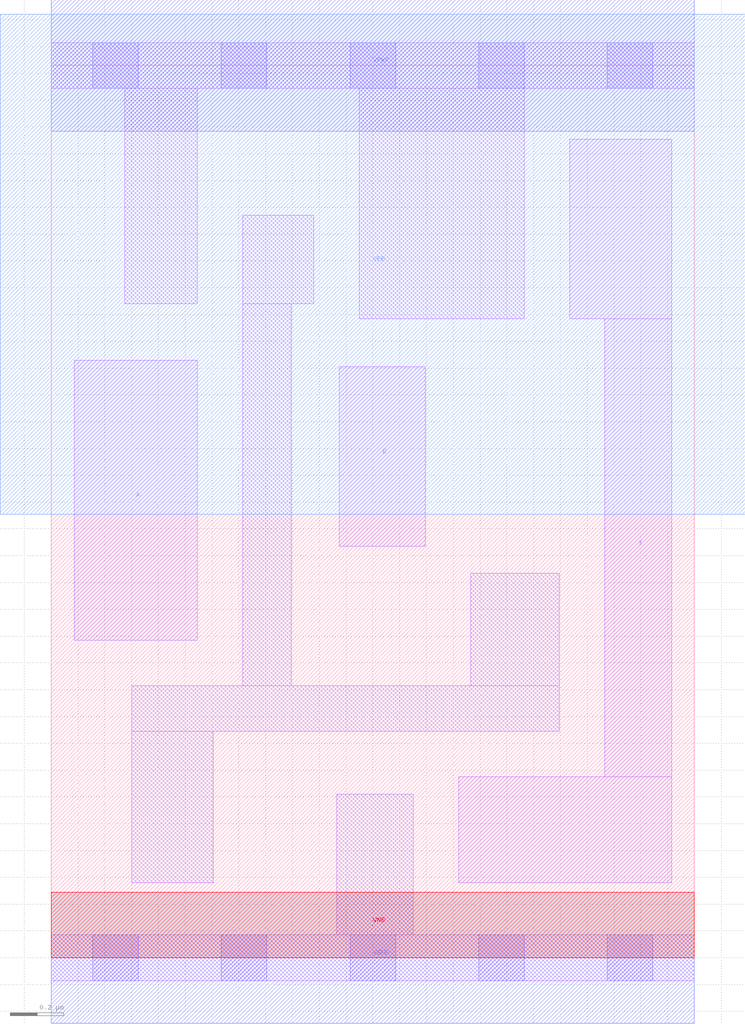
<source format=lef>
# Copyright 2020 The SkyWater PDK Authors
#
# Licensed under the Apache License, Version 2.0 (the "License");
# you may not use this file except in compliance with the License.
# You may obtain a copy of the License at
#
#     https://www.apache.org/licenses/LICENSE-2.0
#
# Unless required by applicable law or agreed to in writing, software
# distributed under the License is distributed on an "AS IS" BASIS,
# WITHOUT WARRANTIES OR CONDITIONS OF ANY KIND, either express or implied.
# See the License for the specific language governing permissions and
# limitations under the License.
#
# SPDX-License-Identifier: Apache-2.0

VERSION 5.7 ;
  NOWIREEXTENSIONATPIN ON ;
  DIVIDERCHAR "/" ;
  BUSBITCHARS "[]" ;
MACRO sky130_fd_sc_lp__and2_0
  CLASS CORE ;
  FOREIGN sky130_fd_sc_lp__and2_0 ;
  ORIGIN  0.000000  0.000000 ;
  SIZE  2.400000 BY  3.330000 ;
  SYMMETRY X Y R90 ;
  SITE unit ;
  PIN A
    ANTENNAGATEAREA  0.126000 ;
    DIRECTION INPUT ;
    USE SIGNAL ;
    PORT
      LAYER li1 ;
        RECT 0.085000 1.185000 0.545000 2.230000 ;
    END
  END A
  PIN B
    ANTENNAGATEAREA  0.126000 ;
    DIRECTION INPUT ;
    USE SIGNAL ;
    PORT
      LAYER li1 ;
        RECT 1.075000 1.535000 1.395000 2.205000 ;
    END
  END B
  PIN X
    ANTENNADIFFAREA  0.280900 ;
    DIRECTION OUTPUT ;
    USE SIGNAL ;
    PORT
      LAYER li1 ;
        RECT 1.520000 0.280000 2.315000 0.675000 ;
        RECT 1.935000 2.385000 2.315000 3.055000 ;
        RECT 2.065000 0.675000 2.315000 2.385000 ;
    END
  END X
  PIN VGND
    DIRECTION INOUT ;
    USE GROUND ;
    PORT
      LAYER met1 ;
        RECT 0.000000 -0.245000 2.400000 0.245000 ;
    END
  END VGND
  PIN VNB
    DIRECTION INOUT ;
    USE GROUND ;
    PORT
      LAYER pwell ;
        RECT 0.000000 0.000000 2.400000 0.245000 ;
    END
  END VNB
  PIN VPB
    DIRECTION INOUT ;
    USE POWER ;
    PORT
      LAYER nwell ;
        RECT -0.190000 1.655000 2.590000 3.520000 ;
    END
  END VPB
  PIN VPWR
    DIRECTION INOUT ;
    USE POWER ;
    PORT
      LAYER met1 ;
        RECT 0.000000 3.085000 2.400000 3.575000 ;
    END
  END VPWR
  OBS
    LAYER li1 ;
      RECT 0.000000 -0.085000 2.400000 0.085000 ;
      RECT 0.000000  3.245000 2.400000 3.415000 ;
      RECT 0.275000  2.440000 0.545000 3.245000 ;
      RECT 0.300000  0.280000 0.605000 0.845000 ;
      RECT 0.300000  0.845000 1.895000 1.015000 ;
      RECT 0.715000  1.015000 0.895000 2.440000 ;
      RECT 0.715000  2.440000 0.980000 2.770000 ;
      RECT 1.065000  0.085000 1.350000 0.610000 ;
      RECT 1.150000  2.385000 1.765000 3.245000 ;
      RECT 1.565000  1.015000 1.895000 1.435000 ;
    LAYER mcon ;
      RECT 0.155000 -0.085000 0.325000 0.085000 ;
      RECT 0.155000  3.245000 0.325000 3.415000 ;
      RECT 0.635000 -0.085000 0.805000 0.085000 ;
      RECT 0.635000  3.245000 0.805000 3.415000 ;
      RECT 1.115000 -0.085000 1.285000 0.085000 ;
      RECT 1.115000  3.245000 1.285000 3.415000 ;
      RECT 1.595000 -0.085000 1.765000 0.085000 ;
      RECT 1.595000  3.245000 1.765000 3.415000 ;
      RECT 2.075000 -0.085000 2.245000 0.085000 ;
      RECT 2.075000  3.245000 2.245000 3.415000 ;
  END
END sky130_fd_sc_lp__and2_0
END LIBRARY

</source>
